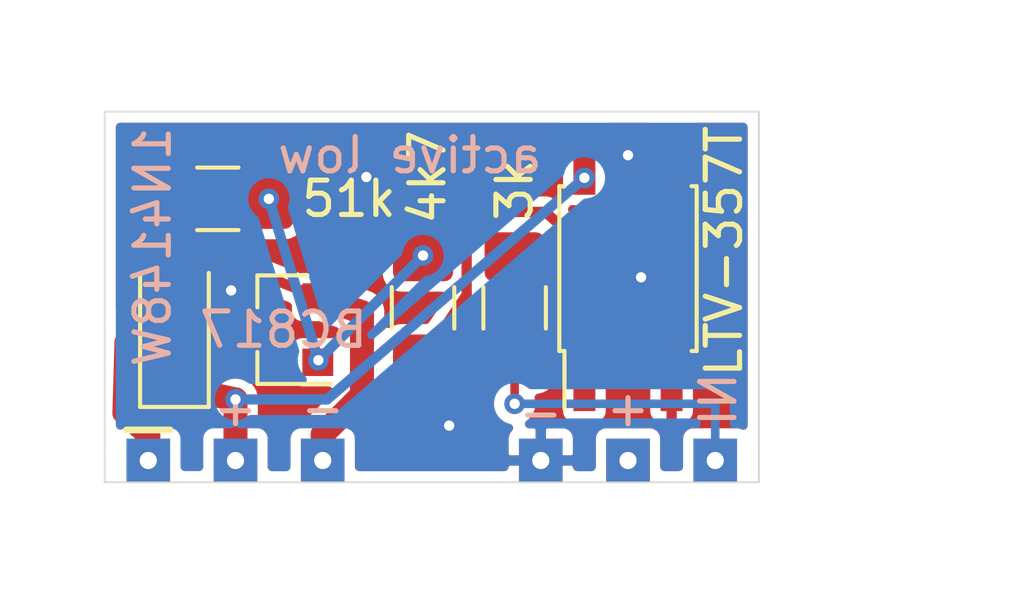
<source format=kicad_pcb>
(kicad_pcb (version 20171130) (host pcbnew 5.1.5+dfsg1-2build2)

  (general
    (thickness 0.8)
    (drawings 12)
    (tracks 47)
    (zones 0)
    (modules 7)
    (nets 10)
  )

  (page A4)
  (layers
    (0 F.Cu signal)
    (31 B.Cu signal)
    (32 B.Adhes user)
    (33 F.Adhes user)
    (34 B.Paste user)
    (35 F.Paste user)
    (36 B.SilkS user)
    (37 F.SilkS user)
    (38 B.Mask user)
    (39 F.Mask user)
    (40 Dwgs.User user)
    (41 Cmts.User user)
    (42 Eco1.User user)
    (43 Eco2.User user)
    (44 Edge.Cuts user)
    (45 Margin user)
    (46 B.CrtYd user)
    (47 F.CrtYd user)
    (48 B.Fab user)
    (49 F.Fab user)
  )

  (setup
    (last_trace_width 0.25)
    (user_trace_width 0.3)
    (user_trace_width 0.5)
    (user_trace_width 0.7)
    (trace_clearance 0.2)
    (zone_clearance 0.508)
    (zone_45_only no)
    (trace_min 0.2)
    (via_size 0.8)
    (via_drill 0.4)
    (via_min_size 0.4)
    (via_min_drill 0.3)
    (user_via 0.6 0.3)
    (uvia_size 0.3)
    (uvia_drill 0.1)
    (uvias_allowed no)
    (uvia_min_size 0.2)
    (uvia_min_drill 0.1)
    (edge_width 0.05)
    (segment_width 0.2)
    (pcb_text_width 0.3)
    (pcb_text_size 1.5 1.5)
    (mod_edge_width 0.12)
    (mod_text_size 1 1)
    (mod_text_width 0.15)
    (pad_size 1.524 1.524)
    (pad_drill 0.762)
    (pad_to_mask_clearance 0.051)
    (solder_mask_min_width 0.25)
    (aux_axis_origin 0 0)
    (visible_elements FFFFFF7F)
    (pcbplotparams
      (layerselection 0x010fc_ffffffff)
      (usegerberextensions false)
      (usegerberattributes false)
      (usegerberadvancedattributes false)
      (creategerberjobfile false)
      (excludeedgelayer true)
      (linewidth 0.100000)
      (plotframeref false)
      (viasonmask false)
      (mode 1)
      (useauxorigin false)
      (hpglpennumber 1)
      (hpglpenspeed 20)
      (hpglpendiameter 15.000000)
      (psnegative false)
      (psa4output false)
      (plotreference true)
      (plotvalue true)
      (plotinvisibletext false)
      (padsonsilk false)
      (subtractmaskfromsilk true)
      (outputformat 1)
      (mirror false)
      (drillshape 0)
      (scaleselection 1)
      (outputdirectory "gerber/"))
  )

  (net 0 "")
  (net 1 VINM)
  (net 2 OUT)
  (net 3 VINP)
  (net 4 IN)
  (net 5 GND)
  (net 6 "Net-(Q1-Pad1)")
  (net 7 "Net-(R2-Pad2)")
  (net 8 "Net-(R3-Pad1)")
  (net 9 "Net-(J1-Pad5)")

  (net_class Default "This is the default net class."
    (clearance 0.2)
    (trace_width 0.25)
    (via_dia 0.8)
    (via_drill 0.4)
    (uvia_dia 0.3)
    (uvia_drill 0.1)
    (add_net GND)
    (add_net IN)
    (add_net "Net-(J1-Pad5)")
    (add_net "Net-(Q1-Pad1)")
    (add_net "Net-(R2-Pad2)")
    (add_net "Net-(R3-Pad1)")
    (add_net OUT)
    (add_net VINM)
    (add_net VINP)
  )

  (module plc88:dio_channel_im (layer F.Cu) (tedit 6397394E) (tstamp 63A86928)
    (at 169.545 126.365)
    (path /63A86E3A)
    (fp_text reference J1 (at 0 0.5) (layer F.SilkS) hide
      (effects (font (size 1 1) (thickness 0.15)))
    )
    (fp_text value dio_channel_i (at 0 -0.5) (layer F.Fab) hide
      (effects (font (size 1 1) (thickness 0.15)))
    )
    (fp_line (start -7.62 1.651) (end -6.35 1.651) (layer F.SilkS) (width 0.2))
    (fp_line (start -8.255 1.905) (end 10.795 1.905) (layer F.CrtYd) (width 0.12))
    (fp_line (start -8.255 3.175) (end -8.255 1.905) (layer F.CrtYd) (width 0.12))
    (fp_line (start 10.795 3.175) (end -8.255 3.175) (layer F.CrtYd) (width 0.12))
    (fp_line (start 10.795 1.905) (end 10.795 3.175) (layer F.CrtYd) (width 0.12))
    (pad 4 thru_hole rect (at 4.445 2.54) (size 1.27 1.27) (drill 0.5) (layers *.Cu *.Mask)
      (net 5 GND))
    (pad 6 thru_hole rect (at 9.525 2.54) (size 1.27 1.27) (drill 0.5) (layers *.Cu *.Mask)
      (net 4 IN))
    (pad 5 thru_hole rect (at 6.985 2.54) (size 1.27 1.27) (drill 0.5) (layers *.Cu *.Mask)
      (net 9 "Net-(J1-Pad5)"))
    (pad 3 thru_hole rect (at -1.905 2.54) (size 1.27 1.27) (drill 0.5) (layers *.Cu *.Mask)
      (net 1 VINM))
    (pad 2 thru_hole rect (at -4.445 2.54) (size 1.27 1.27) (drill 0.5) (layers *.Cu *.Mask)
      (net 3 VINP))
    (pad 1 thru_hole rect (at -6.985 2.54) (size 1.27 1.27) (drill 0.5) (layers *.Cu *.Mask)
      (net 2 OUT))
  )

  (module Package_TO_SOT_SMD:SOT-23 (layer F.Cu) (tedit 5A02FF57) (tstamp 637B0653)
    (at 166.497 125.095 180)
    (descr "SOT-23, Standard")
    (tags SOT-23)
    (path /637B1026)
    (attr smd)
    (fp_text reference Q1 (at 0 -2.5) (layer F.SilkS) hide
      (effects (font (size 1 1) (thickness 0.15)))
    )
    (fp_text value BC817 (at 0 0) (layer B.SilkS)
      (effects (font (size 1 1) (thickness 0.15)) (justify mirror))
    )
    (fp_line (start 0.76 1.58) (end -0.7 1.58) (layer F.SilkS) (width 0.12))
    (fp_line (start 0.76 -1.58) (end -1.4 -1.58) (layer F.SilkS) (width 0.12))
    (fp_line (start -1.7 1.75) (end -1.7 -1.75) (layer F.CrtYd) (width 0.05))
    (fp_line (start 1.7 1.75) (end -1.7 1.75) (layer F.CrtYd) (width 0.05))
    (fp_line (start 1.7 -1.75) (end 1.7 1.75) (layer F.CrtYd) (width 0.05))
    (fp_line (start -1.7 -1.75) (end 1.7 -1.75) (layer F.CrtYd) (width 0.05))
    (fp_line (start 0.76 -1.58) (end 0.76 -0.65) (layer F.SilkS) (width 0.12))
    (fp_line (start 0.76 1.58) (end 0.76 0.65) (layer F.SilkS) (width 0.12))
    (fp_line (start -0.7 1.52) (end 0.7 1.52) (layer F.Fab) (width 0.1))
    (fp_line (start 0.7 -1.52) (end 0.7 1.52) (layer F.Fab) (width 0.1))
    (fp_line (start -0.7 -0.95) (end -0.15 -1.52) (layer F.Fab) (width 0.1))
    (fp_line (start -0.15 -1.52) (end 0.7 -1.52) (layer F.Fab) (width 0.1))
    (fp_line (start -0.7 -0.95) (end -0.7 1.5) (layer F.Fab) (width 0.1))
    (fp_text user %R (at 0 0 90) (layer F.Fab) hide
      (effects (font (size 0.5 0.5) (thickness 0.075)))
    )
    (pad 3 smd rect (at 1 0 180) (size 0.9 0.8) (layers F.Cu F.Paste F.Mask)
      (net 2 OUT))
    (pad 2 smd rect (at -1 0.95 180) (size 0.9 0.8) (layers F.Cu F.Paste F.Mask)
      (net 1 VINM))
    (pad 1 smd rect (at -1 -0.95 180) (size 0.9 0.8) (layers F.Cu F.Paste F.Mask)
      (net 6 "Net-(Q1-Pad1)"))
    (model ${KISYS3DMOD}/Package_TO_SOT_SMD.3dshapes/SOT-23.wrl
      (at (xyz 0 0 0))
      (scale (xyz 1 1 1))
      (rotate (xyz 0 0 0))
    )
  )

  (module Package_SO:SO-4_4.4x3.6mm_P2.54mm (layer F.Cu) (tedit 5B1E4C51) (tstamp 63648B36)
    (at 176.53 123.317 90)
    (descr "4-Lead Plastic Small Outline (SO), see https://www.elpro.org/de/index.php?controller=attachment&id_attachment=339")
    (tags "SO SOIC 2.54")
    (path /63648DFC)
    (attr smd)
    (fp_text reference U1 (at 0 -2.7 90) (layer F.SilkS) hide
      (effects (font (size 1 1) (thickness 0.15)))
    )
    (fp_text value LTV-357T (at 0.508 2.794 90) (layer F.SilkS)
      (effects (font (size 1 1) (thickness 0.15)))
    )
    (fp_line (start 4.4 2.05) (end -4.4 2.05) (layer F.CrtYd) (width 0.05))
    (fp_line (start 4.4 2.05) (end 4.4 -2.05) (layer F.CrtYd) (width 0.05))
    (fp_line (start -4.4 -2.05) (end -4.4 2.05) (layer F.CrtYd) (width 0.05))
    (fp_line (start -4.4 -2.05) (end 4.4 -2.05) (layer F.CrtYd) (width 0.05))
    (fp_line (start -1.4 -1.8) (end 2.2 -1.8) (layer F.Fab) (width 0.12))
    (fp_line (start -2.2 -1) (end -1.4 -1.8) (layer F.Fab) (width 0.12))
    (fp_line (start -2.2 1.8) (end -2.2 -1) (layer F.Fab) (width 0.12))
    (fp_line (start 2.2 1.8) (end -2.2 1.8) (layer F.Fab) (width 0.12))
    (fp_line (start 2.2 -1.8) (end 2.2 1.8) (layer F.Fab) (width 0.12))
    (fp_line (start 2.4 -2) (end 2.4 -1.85) (layer F.SilkS) (width 0.12))
    (fp_line (start -2.4 -2) (end 2.4 -2) (layer F.SilkS) (width 0.12))
    (fp_line (start -2.4 -1.85) (end -2.4 -2) (layer F.SilkS) (width 0.12))
    (fp_line (start -2.4 2) (end -2.4 1.85) (layer F.SilkS) (width 0.12))
    (fp_line (start 2.4 2) (end -2.4 2) (layer F.SilkS) (width 0.12))
    (fp_line (start 2.4 1.85) (end 2.4 2) (layer F.SilkS) (width 0.12))
    (fp_text user %R (at 0 -0.065 90) (layer F.Fab) hide
      (effects (font (size 1 1) (thickness 0.15)))
    )
    (fp_line (start -2.4 -1.85) (end -4.1 -1.85) (layer F.SilkS) (width 0.12))
    (pad 4 smd rect (at 3.15 -1.27 90) (size 2 0.64) (layers F.Cu F.Paste F.Mask)
      (net 3 VINP))
    (pad 3 smd rect (at 3.15 1.27 90) (size 2 0.64) (layers F.Cu F.Paste F.Mask)
      (net 7 "Net-(R2-Pad2)"))
    (pad 2 smd rect (at -3.15 1.27 90) (size 2 0.64) (layers F.Cu F.Paste F.Mask)
      (net 5 GND))
    (pad 1 smd rect (at -3.15 -1.27 90) (size 2 0.64) (layers F.Cu F.Paste F.Mask)
      (net 8 "Net-(R3-Pad1)"))
    (model ${KISYS3DMOD}/Package_SO.3dshapes/SO-4_4.4x3.6mm_P2.54mm.wrl
      (at (xyz 0 0 0))
      (scale (xyz 1 1 1))
      (rotate (xyz 0 0 0))
    )
  )

  (module Resistor_SMD:R_1206_3216Metric_Pad1.42x1.75mm_HandSolder (layer F.Cu) (tedit 5B301BBD) (tstamp 63648B1D)
    (at 173.228 124.46 270)
    (descr "Resistor SMD 1206 (3216 Metric), square (rectangular) end terminal, IPC_7351 nominal with elongated pad for handsoldering. (Body size source: http://www.tortai-tech.com/upload/download/2011102023233369053.pdf), generated with kicad-footprint-generator")
    (tags "resistor handsolder")
    (path /6365F1C0)
    (attr smd)
    (fp_text reference R3 (at 0 -1.82 90) (layer F.SilkS) hide
      (effects (font (size 1 1) (thickness 0.15)))
    )
    (fp_text value 3k (at -3.429 0 90) (layer F.SilkS)
      (effects (font (size 1 1) (thickness 0.15)))
    )
    (fp_text user %R (at 0 0 90) (layer F.Fab) hide
      (effects (font (size 0.8 0.8) (thickness 0.12)))
    )
    (fp_line (start 2.45 1.12) (end -2.45 1.12) (layer F.CrtYd) (width 0.05))
    (fp_line (start 2.45 -1.12) (end 2.45 1.12) (layer F.CrtYd) (width 0.05))
    (fp_line (start -2.45 -1.12) (end 2.45 -1.12) (layer F.CrtYd) (width 0.05))
    (fp_line (start -2.45 1.12) (end -2.45 -1.12) (layer F.CrtYd) (width 0.05))
    (fp_line (start -0.602064 0.91) (end 0.602064 0.91) (layer F.SilkS) (width 0.12))
    (fp_line (start -0.602064 -0.91) (end 0.602064 -0.91) (layer F.SilkS) (width 0.12))
    (fp_line (start 1.6 0.8) (end -1.6 0.8) (layer F.Fab) (width 0.1))
    (fp_line (start 1.6 -0.8) (end 1.6 0.8) (layer F.Fab) (width 0.1))
    (fp_line (start -1.6 -0.8) (end 1.6 -0.8) (layer F.Fab) (width 0.1))
    (fp_line (start -1.6 0.8) (end -1.6 -0.8) (layer F.Fab) (width 0.1))
    (pad 2 smd roundrect (at 1.4875 0 270) (size 1.425 1.75) (layers F.Cu F.Paste F.Mask) (roundrect_rratio 0.175439)
      (net 4 IN))
    (pad 1 smd roundrect (at -1.4875 0 270) (size 1.425 1.75) (layers F.Cu F.Paste F.Mask) (roundrect_rratio 0.175439)
      (net 8 "Net-(R3-Pad1)"))
    (model ${KISYS3DMOD}/Resistor_SMD.3dshapes/R_1206_3216Metric.wrl
      (at (xyz 0 0 0))
      (scale (xyz 1 1 1))
      (rotate (xyz 0 0 0))
    )
  )

  (module Resistor_SMD:R_1206_3216Metric_Pad1.42x1.75mm_HandSolder (layer F.Cu) (tedit 5B301BBD) (tstamp 635B3BF1)
    (at 170.561 124.46 270)
    (descr "Resistor SMD 1206 (3216 Metric), square (rectangular) end terminal, IPC_7351 nominal with elongated pad for handsoldering. (Body size source: http://www.tortai-tech.com/upload/download/2011102023233369053.pdf), generated with kicad-footprint-generator")
    (tags "resistor handsolder")
    (path /635B3C3C)
    (attr smd)
    (fp_text reference R2 (at 0 -1.82 90) (layer F.SilkS) hide
      (effects (font (size 1 1) (thickness 0.15)))
    )
    (fp_text value 4k7 (at -3.81 -0.127 270) (layer F.SilkS)
      (effects (font (size 1 1) (thickness 0.15)))
    )
    (fp_text user %R (at 0 0 90) (layer F.Fab) hide
      (effects (font (size 0.8 0.8) (thickness 0.12)))
    )
    (fp_line (start 2.45 1.12) (end -2.45 1.12) (layer F.CrtYd) (width 0.05))
    (fp_line (start 2.45 -1.12) (end 2.45 1.12) (layer F.CrtYd) (width 0.05))
    (fp_line (start -2.45 -1.12) (end 2.45 -1.12) (layer F.CrtYd) (width 0.05))
    (fp_line (start -2.45 1.12) (end -2.45 -1.12) (layer F.CrtYd) (width 0.05))
    (fp_line (start -0.602064 0.91) (end 0.602064 0.91) (layer F.SilkS) (width 0.12))
    (fp_line (start -0.602064 -0.91) (end 0.602064 -0.91) (layer F.SilkS) (width 0.12))
    (fp_line (start 1.6 0.8) (end -1.6 0.8) (layer F.Fab) (width 0.1))
    (fp_line (start 1.6 -0.8) (end 1.6 0.8) (layer F.Fab) (width 0.1))
    (fp_line (start -1.6 -0.8) (end 1.6 -0.8) (layer F.Fab) (width 0.1))
    (fp_line (start -1.6 0.8) (end -1.6 -0.8) (layer F.Fab) (width 0.1))
    (pad 2 smd roundrect (at 1.4875 0 270) (size 1.425 1.75) (layers F.Cu F.Paste F.Mask) (roundrect_rratio 0.175439)
      (net 7 "Net-(R2-Pad2)"))
    (pad 1 smd roundrect (at -1.4875 0 270) (size 1.425 1.75) (layers F.Cu F.Paste F.Mask) (roundrect_rratio 0.175439)
      (net 6 "Net-(Q1-Pad1)"))
    (model ${KISYS3DMOD}/Resistor_SMD.3dshapes/R_1206_3216Metric.wrl
      (at (xyz 0 0 0))
      (scale (xyz 1 1 1))
      (rotate (xyz 0 0 0))
    )
  )

  (module Resistor_SMD:R_1206_3216Metric_Pad1.42x1.75mm_HandSolder (layer F.Cu) (tedit 5B301BBD) (tstamp 635B3BE0)
    (at 164.584 121.285)
    (descr "Resistor SMD 1206 (3216 Metric), square (rectangular) end terminal, IPC_7351 nominal with elongated pad for handsoldering. (Body size source: http://www.tortai-tech.com/upload/download/2011102023233369053.pdf), generated with kicad-footprint-generator")
    (tags "resistor handsolder")
    (path /635B411D)
    (attr smd)
    (fp_text reference R1 (at 0 -1.82) (layer F.SilkS) hide
      (effects (font (size 1 1) (thickness 0.15)))
    )
    (fp_text value 51k (at 3.818 0) (layer F.SilkS)
      (effects (font (size 1 1) (thickness 0.15)))
    )
    (fp_text user %R (at 0 0) (layer F.Fab) hide
      (effects (font (size 0.8 0.8) (thickness 0.12)))
    )
    (fp_line (start 2.45 1.12) (end -2.45 1.12) (layer F.CrtYd) (width 0.05))
    (fp_line (start 2.45 -1.12) (end 2.45 1.12) (layer F.CrtYd) (width 0.05))
    (fp_line (start -2.45 -1.12) (end 2.45 -1.12) (layer F.CrtYd) (width 0.05))
    (fp_line (start -2.45 1.12) (end -2.45 -1.12) (layer F.CrtYd) (width 0.05))
    (fp_line (start -0.602064 0.91) (end 0.602064 0.91) (layer F.SilkS) (width 0.12))
    (fp_line (start -0.602064 -0.91) (end 0.602064 -0.91) (layer F.SilkS) (width 0.12))
    (fp_line (start 1.6 0.8) (end -1.6 0.8) (layer F.Fab) (width 0.1))
    (fp_line (start 1.6 -0.8) (end 1.6 0.8) (layer F.Fab) (width 0.1))
    (fp_line (start -1.6 -0.8) (end 1.6 -0.8) (layer F.Fab) (width 0.1))
    (fp_line (start -1.6 0.8) (end -1.6 -0.8) (layer F.Fab) (width 0.1))
    (pad 2 smd roundrect (at 1.4875 0) (size 1.425 1.75) (layers F.Cu F.Paste F.Mask) (roundrect_rratio 0.175439)
      (net 6 "Net-(Q1-Pad1)"))
    (pad 1 smd roundrect (at -1.4875 0) (size 1.425 1.75) (layers F.Cu F.Paste F.Mask) (roundrect_rratio 0.175439)
      (net 1 VINM))
    (model ${KISYS3DMOD}/Resistor_SMD.3dshapes/R_1206_3216Metric.wrl
      (at (xyz 0 0 0))
      (scale (xyz 1 1 1))
      (rotate (xyz 0 0 0))
    )
  )

  (module Diode_SMD:D_SOD-123 (layer F.Cu) (tedit 58645DC7) (tstamp 635B3B9C)
    (at 163.322 125.095 90)
    (descr SOD-123)
    (tags SOD-123)
    (path /635B37AA)
    (attr smd)
    (fp_text reference D1 (at 0 -2 90) (layer F.SilkS) hide
      (effects (font (size 1 1) (thickness 0.15)))
    )
    (fp_text value 1N4148W (at 2.413 -0.635 90) (layer B.SilkS)
      (effects (font (size 1 1) (thickness 0.15)) (justify mirror))
    )
    (fp_line (start -2.25 -1) (end 1.65 -1) (layer F.SilkS) (width 0.12))
    (fp_line (start -2.25 1) (end 1.65 1) (layer F.SilkS) (width 0.12))
    (fp_line (start -2.35 -1.15) (end -2.35 1.15) (layer F.CrtYd) (width 0.05))
    (fp_line (start 2.35 1.15) (end -2.35 1.15) (layer F.CrtYd) (width 0.05))
    (fp_line (start 2.35 -1.15) (end 2.35 1.15) (layer F.CrtYd) (width 0.05))
    (fp_line (start -2.35 -1.15) (end 2.35 -1.15) (layer F.CrtYd) (width 0.05))
    (fp_line (start -1.4 -0.9) (end 1.4 -0.9) (layer F.Fab) (width 0.1))
    (fp_line (start 1.4 -0.9) (end 1.4 0.9) (layer F.Fab) (width 0.1))
    (fp_line (start 1.4 0.9) (end -1.4 0.9) (layer F.Fab) (width 0.1))
    (fp_line (start -1.4 0.9) (end -1.4 -0.9) (layer F.Fab) (width 0.1))
    (fp_line (start -0.75 0) (end -0.35 0) (layer F.Fab) (width 0.1))
    (fp_line (start -0.35 0) (end -0.35 -0.55) (layer F.Fab) (width 0.1))
    (fp_line (start -0.35 0) (end -0.35 0.55) (layer F.Fab) (width 0.1))
    (fp_line (start -0.35 0) (end 0.25 -0.4) (layer F.Fab) (width 0.1))
    (fp_line (start 0.25 -0.4) (end 0.25 0.4) (layer F.Fab) (width 0.1))
    (fp_line (start 0.25 0.4) (end -0.35 0) (layer F.Fab) (width 0.1))
    (fp_line (start 0.25 0) (end 0.75 0) (layer F.Fab) (width 0.1))
    (fp_line (start -2.25 -1) (end -2.25 1) (layer F.SilkS) (width 0.12))
    (fp_text user %R (at 0 -2 90) (layer F.Fab) hide
      (effects (font (size 1 1) (thickness 0.15)))
    )
    (pad 2 smd rect (at 1.65 0 90) (size 0.9 1.2) (layers F.Cu F.Paste F.Mask)
      (net 2 OUT))
    (pad 1 smd rect (at -1.65 0 90) (size 0.9 1.2) (layers F.Cu F.Paste F.Mask)
      (net 3 VINP))
    (model ${KISYS3DMOD}/Diode_SMD.3dshapes/D_SOD-123.wrl
      (at (xyz 0 0 0))
      (scale (xyz 1 1 1))
      (rotate (xyz 0 0 0))
    )
  )

  (gr_text IN (at 179.07 127.127 270) (layer B.SilkS)
    (effects (font (size 1 1) (thickness 0.15)) (justify mirror))
  )
  (gr_text + (at 176.53 127.381) (layer B.SilkS)
    (effects (font (size 1 1) (thickness 0.15)) (justify mirror))
  )
  (gr_text - (at 173.99 127.508) (layer B.SilkS)
    (effects (font (size 1 1) (thickness 0.15)) (justify mirror))
  )
  (gr_text - (at 167.64 127.381) (layer B.SilkS)
    (effects (font (size 1 1) (thickness 0.15)) (justify mirror))
  )
  (gr_text + (at 165.1 127.381) (layer B.SilkS)
    (effects (font (size 1 1) (thickness 0.15)) (justify mirror))
  )
  (gr_text "active low" (at 170.18 120.015) (layer B.SilkS)
    (effects (font (size 1 1) (thickness 0.15)) (justify mirror))
  )
  (gr_line (start 161.29 118.745) (end 161.29 129.54) (layer Edge.Cuts) (width 0.05) (tstamp 635B95C5))
  (gr_line (start 180.34 118.745) (end 161.29 118.745) (layer Edge.Cuts) (width 0.05))
  (gr_line (start 180.34 129.54) (end 180.34 118.745) (layer Edge.Cuts) (width 0.05))
  (gr_line (start 161.29 129.54) (end 180.34 129.54) (layer Edge.Cuts) (width 0.05))
  (dimension 19.05 (width 0.15) (layer F.Fab)
    (gr_text "19,050 mm" (at 170.815 133.888) (layer F.Fab)
      (effects (font (size 1 1) (thickness 0.15)))
    )
    (feature1 (pts (xy 180.34 131.318) (xy 180.34 133.174421)))
    (feature2 (pts (xy 161.29 131.318) (xy 161.29 133.174421)))
    (crossbar (pts (xy 161.29 132.588) (xy 180.34 132.588)))
    (arrow1a (pts (xy 180.34 132.588) (xy 179.213496 133.174421)))
    (arrow1b (pts (xy 180.34 132.588) (xy 179.213496 132.001579)))
    (arrow2a (pts (xy 161.29 132.588) (xy 162.416504 133.174421)))
    (arrow2b (pts (xy 161.29 132.588) (xy 162.416504 132.001579)))
  )
  (dimension 13.97 (width 0.15) (layer F.Fab)
    (gr_text "13,970 mm" (at 186.72 122.555 90) (layer F.Fab)
      (effects (font (size 1 1) (thickness 0.15)))
    )
    (feature1 (pts (xy 182.88 115.57) (xy 186.006421 115.57)))
    (feature2 (pts (xy 182.88 129.54) (xy 186.006421 129.54)))
    (crossbar (pts (xy 185.42 129.54) (xy 185.42 115.57)))
    (arrow1a (pts (xy 185.42 115.57) (xy 186.006421 116.696504)))
    (arrow1b (pts (xy 185.42 115.57) (xy 184.833579 116.696504)))
    (arrow2a (pts (xy 185.42 129.54) (xy 186.006421 128.413496)))
    (arrow2b (pts (xy 185.42 129.54) (xy 184.833579 128.413496)))
  )

  (segment (start 167.64 128.905) (end 167.64 128.143) (width 0.7) (layer F.Cu) (net 1))
  (segment (start 167.64 128.143) (end 168.783 127) (width 0.7) (layer F.Cu) (net 1))
  (segment (start 168.783 127) (end 168.783 124.587) (width 0.7) (layer F.Cu) (net 1))
  (segment (start 168.783 124.587) (end 167.497 124.145) (width 0.7) (layer F.Cu) (net 1))
  (segment (start 167.497 124.145) (end 165.1 123.19) (width 0.3) (layer F.Cu) (net 1))
  (segment (start 165.1 123.19) (end 163.0965 121.285) (width 0.3) (layer F.Cu) (net 1))
  (segment (start 162.56 128.143) (end 162.56 128.905) (width 0.7) (layer F.Cu) (net 2))
  (segment (start 161.86501 127.508) (end 162.56 128.143) (width 0.7) (layer F.Cu) (net 2))
  (segment (start 161.925 125.476) (end 161.86501 127.508) (width 0.7) (layer F.Cu) (net 2))
  (segment (start 162.179 125.095) (end 161.925 125.476) (width 0.7) (layer F.Cu) (net 2))
  (segment (start 163.322 123.445) (end 163.322 125.095) (width 0.7) (layer F.Cu) (net 2))
  (segment (start 163.322 125.095) (end 162.179 125.095) (width 0.7) (layer F.Cu) (net 2))
  (segment (start 165.497 125.095) (end 163.322 125.095) (width 0.7) (layer F.Cu) (net 2))
  (segment (start 165.1 128.905) (end 165.1 128.016) (width 0.7) (layer F.Cu) (net 3))
  (via (at 175.26 120.675) (size 0.6) (drill 0.3) (layers F.Cu B.Cu) (net 3))
  (segment (start 163.322 126.745) (end 165.1 127.127) (width 0.7) (layer F.Cu) (net 3))
  (segment (start 165.1 127.127) (end 165.1 128.016) (width 0.7) (layer F.Cu) (net 3))
  (segment (start 165.1 127.127) (end 165.1 127.127) (width 0.7) (layer F.Cu) (net 3) (tstamp 637B0C82))
  (via (at 165.1 127.127) (size 0.6) (drill 0.3) (layers F.Cu B.Cu) (net 3))
  (segment (start 165.1 127.127) (end 167.767 127.127) (width 0.3) (layer B.Cu) (net 3))
  (segment (start 167.767 127.127) (end 175.26 120.675) (width 0.3) (layer B.Cu) (net 3))
  (segment (start 173.228 125.9475) (end 173.228 127.254) (width 0.25) (layer F.Cu) (net 4))
  (segment (start 173.228 127.254) (end 173.228 127.254) (width 0.25) (layer F.Cu) (net 4) (tstamp 6398C6AF))
  (via (at 173.228 127.254) (size 0.6) (drill 0.3) (layers F.Cu B.Cu) (net 4))
  (segment (start 173.228 127.254) (end 179.07 127.254) (width 0.25) (layer B.Cu) (net 4))
  (segment (start 179.07 127.254) (end 179.07 128.778) (width 0.25) (layer B.Cu) (net 4))
  (via (at 171.323 127.889) (size 0.6) (drill 0.3) (layers F.Cu B.Cu) (net 5))
  (via (at 164.973 123.952) (size 0.6) (drill 0.3) (layers F.Cu B.Cu) (net 5))
  (via (at 176.911 123.571) (size 0.6) (drill 0.3) (layers F.Cu B.Cu) (net 5))
  (via (at 168.91 120.65) (size 0.6) (drill 0.3) (layers F.Cu B.Cu) (net 5))
  (via (at 176.53 120.015) (size 0.6) (drill 0.3) (layers F.Cu B.Cu) (net 5))
  (via (at 170.561 122.936) (size 0.6) (drill 0.3) (layers F.Cu B.Cu) (net 6))
  (via (at 167.513 125.984) (size 0.6) (drill 0.3) (layers F.Cu B.Cu) (net 6))
  (segment (start 166.0715 121.285) (end 166.0715 121.285) (width 0.25) (layer F.Cu) (net 6) (tstamp 635B960D))
  (segment (start 166.0715 121.285) (end 166.0715 121.285) (width 0.25) (layer F.Cu) (net 6) (tstamp 637B0C6D))
  (via (at 166.0715 121.285) (size 0.6) (drill 0.3) (layers F.Cu B.Cu) (net 6))
  (segment (start 170.561 122.936) (end 167.513 125.984) (width 0.3) (layer B.Cu) (net 6))
  (segment (start 167.513 125.984) (end 166.0715 121.285) (width 0.3) (layer B.Cu) (net 6))
  (segment (start 170.561 125.9475) (end 171.831 124.079) (width 0.3) (layer F.Cu) (net 7))
  (segment (start 171.831 124.079) (end 171.831 122.047) (width 0.3) (layer F.Cu) (net 7))
  (segment (start 171.831 122.047) (end 172.466 121.666) (width 0.3) (layer F.Cu) (net 7))
  (segment (start 172.466 121.666) (end 174.117 121.666) (width 0.3) (layer F.Cu) (net 7))
  (segment (start 174.117 121.666) (end 175.133 122.555) (width 0.3) (layer F.Cu) (net 7))
  (segment (start 175.133 122.555) (end 176.403 122.555) (width 0.3) (layer F.Cu) (net 7))
  (segment (start 176.403 122.555) (end 177.8 120.675) (width 0.3) (layer F.Cu) (net 7))
  (segment (start 175.26 125.73) (end 173.228 122.9725) (width 0.3) (layer F.Cu) (net 8))
  (segment (start 175.26 126.975) (end 175.26 125.73) (width 0.3) (layer F.Cu) (net 8))

  (zone (net 5) (net_name GND) (layer F.Cu) (tstamp 6398C6F1) (hatch edge 0.508)
    (connect_pads (clearance 0.3))
    (min_thickness 0.254)
    (fill yes (arc_segments 32) (thermal_gap 0.3) (thermal_bridge_width 0.3))
    (polygon
      (pts
        (xy 181.356 130.302) (xy 160.251249 129.983588) (xy 160.886249 117.791588) (xy 181.714249 117.664588)
      )
    )
    (filled_polygon
      (pts
        (xy 164.679439 123.586311) (xy 164.695624 123.605495) (xy 164.720493 123.625346) (xy 164.722942 123.627675) (xy 164.742721 123.64309)
        (xy 164.784452 123.676401) (xy 164.78746 123.677957) (xy 164.790133 123.68004) (xy 164.83795 123.70407) (xy 164.860117 123.715535)
        (xy 164.863237 123.716778) (xy 164.891688 123.731076) (xy 164.915897 123.737758) (xy 166.617934 124.415876) (xy 166.617934 124.545)
        (xy 166.626178 124.628707) (xy 166.650595 124.709196) (xy 166.690245 124.783376) (xy 166.743605 124.848395) (xy 166.808624 124.901755)
        (xy 166.882804 124.941405) (xy 166.963293 124.965822) (xy 167.047 124.974066) (xy 167.518686 124.974066) (xy 168.006001 125.141557)
        (xy 168.006001 125.221745) (xy 167.947 125.215934) (xy 167.047 125.215934) (xy 166.963293 125.224178) (xy 166.882804 125.248595)
        (xy 166.808624 125.288245) (xy 166.743605 125.341605) (xy 166.690245 125.406624) (xy 166.650595 125.480804) (xy 166.626178 125.561293)
        (xy 166.617934 125.645) (xy 166.617934 126.445) (xy 166.626178 126.528707) (xy 166.650595 126.609196) (xy 166.690245 126.683376)
        (xy 166.743605 126.748395) (xy 166.808624 126.801755) (xy 166.882804 126.841405) (xy 166.963293 126.865822) (xy 167.047 126.874066)
        (xy 167.81009 126.874066) (xy 167.117565 127.566592) (xy 167.087921 127.59092) (xy 167.063593 127.620564) (xy 167.063591 127.620566)
        (xy 166.990823 127.709234) (xy 166.918673 127.844217) (xy 166.91675 127.850556) (xy 166.840804 127.873595) (xy 166.766624 127.913245)
        (xy 166.701605 127.966605) (xy 166.648245 128.031624) (xy 166.608595 128.105804) (xy 166.584178 128.186293) (xy 166.575934 128.27)
        (xy 166.575934 129.088) (xy 166.164066 129.088) (xy 166.164066 128.27) (xy 166.155822 128.186293) (xy 166.131405 128.105804)
        (xy 166.091755 128.031624) (xy 166.038395 127.966605) (xy 165.973376 127.913245) (xy 165.899196 127.873595) (xy 165.877 127.866862)
        (xy 165.877 127.171112) (xy 165.880667 127.13893) (xy 165.880171 127.132966) (xy 165.880759 127.127) (xy 165.873834 127.056686)
        (xy 165.867994 126.9864) (xy 165.866345 126.980648) (xy 165.865757 126.974681) (xy 165.84525 126.907078) (xy 165.825808 126.839274)
        (xy 165.823067 126.833952) (xy 165.821327 126.828216) (xy 165.788029 126.765921) (xy 165.755729 126.703205) (xy 165.752002 126.69852)
        (xy 165.749177 126.693234) (xy 165.704353 126.638615) (xy 165.660451 126.583422) (xy 165.655885 126.579557) (xy 165.65208 126.57492)
        (xy 165.597468 126.530102) (xy 165.543636 126.484528) (xy 165.538398 126.481625) (xy 165.533766 126.477823) (xy 165.471489 126.444535)
        (xy 165.409771 126.410323) (xy 165.404068 126.408497) (xy 165.398784 126.405673) (xy 165.331186 126.385167) (xy 165.300527 126.375353)
        (xy 165.294721 126.374106) (xy 165.252319 126.361243) (xy 165.220068 126.358067) (xy 164.32929 126.166684) (xy 164.318405 126.130804)
        (xy 164.278755 126.056624) (xy 164.225395 125.991605) (xy 164.160376 125.938245) (xy 164.086196 125.898595) (xy 164.005707 125.874178)
        (xy 163.983592 125.872) (xy 164.8465 125.872) (xy 164.882804 125.891405) (xy 164.963293 125.915822) (xy 165.047 125.924066)
        (xy 165.947 125.924066) (xy 166.030707 125.915822) (xy 166.111196 125.891405) (xy 166.185376 125.851755) (xy 166.250395 125.798395)
        (xy 166.303755 125.733376) (xy 166.343405 125.659196) (xy 166.367822 125.578707) (xy 166.376066 125.495) (xy 166.376066 124.695)
        (xy 166.367822 124.611293) (xy 166.343405 124.530804) (xy 166.303755 124.456624) (xy 166.250395 124.391605) (xy 166.185376 124.338245)
        (xy 166.111196 124.298595) (xy 166.030707 124.274178) (xy 165.947 124.265934) (xy 165.047 124.265934) (xy 164.963293 124.274178)
        (xy 164.882804 124.298595) (xy 164.8465 124.318) (xy 164.099 124.318) (xy 164.099 124.284561) (xy 164.160376 124.251755)
        (xy 164.225395 124.198395) (xy 164.278755 124.133376) (xy 164.318405 124.059196) (xy 164.342822 123.978707) (xy 164.351066 123.895)
        (xy 164.351066 123.274082)
      )
    )
    (filled_polygon
      (pts
        (xy 179.888 127.883646) (xy 179.869196 127.873595) (xy 179.788707 127.849178) (xy 179.705 127.840934) (xy 178.435 127.840934)
        (xy 178.351293 127.849178) (xy 178.270804 127.873595) (xy 178.196624 127.913245) (xy 178.131605 127.966605) (xy 178.078245 128.031624)
        (xy 178.038595 128.105804) (xy 178.014178 128.186293) (xy 178.005934 128.27) (xy 178.005934 129.088) (xy 177.594066 129.088)
        (xy 177.594066 128.27) (xy 177.585822 128.186293) (xy 177.561405 128.105804) (xy 177.521755 128.031624) (xy 177.468395 127.966605)
        (xy 177.403376 127.913245) (xy 177.329196 127.873595) (xy 177.248707 127.849178) (xy 177.165 127.840934) (xy 175.895 127.840934)
        (xy 175.811293 127.849178) (xy 175.730804 127.873595) (xy 175.656624 127.913245) (xy 175.591605 127.966605) (xy 175.538245 128.031624)
        (xy 175.498595 128.105804) (xy 175.474178 128.186293) (xy 175.465934 128.27) (xy 175.465934 129.088) (xy 175.052218 129.088)
        (xy 175.052 129.03475) (xy 174.94525 128.928) (xy 174.013 128.928) (xy 174.013 128.948) (xy 173.967 128.948)
        (xy 173.967 128.928) (xy 173.03475 128.928) (xy 172.928 129.03475) (xy 172.927782 129.088) (xy 168.704066 129.088)
        (xy 168.704066 128.27) (xy 168.695822 128.186293) (xy 168.695759 128.186085) (xy 169.305437 127.576407) (xy 169.33508 127.55208)
        (xy 169.379138 127.498395) (xy 169.432177 127.433767) (xy 169.504327 127.298784) (xy 169.521545 127.242024) (xy 169.548757 127.152319)
        (xy 169.56 127.038166) (xy 169.56 127.038157) (xy 169.563758 127.000001) (xy 169.561399 126.976049) (xy 169.676133 127.037375)
        (xy 169.803521 127.076018) (xy 169.936 127.089066) (xy 171.186 127.089066) (xy 171.318479 127.076018) (xy 171.445867 127.037375)
        (xy 171.563269 126.974623) (xy 171.666172 126.890172) (xy 171.750623 126.787269) (xy 171.813375 126.669867) (xy 171.852018 126.542479)
        (xy 171.865066 126.41) (xy 171.865066 125.485) (xy 171.852018 125.352521) (xy 171.813375 125.225133) (xy 171.785322 125.172649)
        (xy 172.293562 124.424896) (xy 172.313079 124.401115) (xy 172.338823 124.35295) (xy 172.364883 124.305109) (xy 172.365568 124.302913)
        (xy 172.366657 124.300876) (xy 172.382502 124.248641) (xy 172.398737 124.19661) (xy 172.398981 124.194317) (xy 172.39965 124.192112)
        (xy 172.404993 124.137861) (xy 172.410773 124.08359) (xy 172.410708 124.082874) (xy 172.470521 124.101018) (xy 172.603 124.114066)
        (xy 173.35248 124.114066) (xy 173.863046 124.806923) (xy 173.853 124.805934) (xy 172.603 124.805934) (xy 172.470521 124.818982)
        (xy 172.343133 124.857625) (xy 172.225731 124.920377) (xy 172.122828 125.004828) (xy 172.038377 125.107731) (xy 171.975625 125.225133)
        (xy 171.936982 125.352521) (xy 171.923934 125.485) (xy 171.923934 126.41) (xy 171.936982 126.542479) (xy 171.975625 126.669867)
        (xy 172.038377 126.787269) (xy 172.122828 126.890172) (xy 172.225731 126.974623) (xy 172.343133 127.037375) (xy 172.470521 127.076018)
        (xy 172.521168 127.081006) (xy 172.501 127.182397) (xy 172.501 127.325603) (xy 172.528938 127.466058) (xy 172.583741 127.598364)
        (xy 172.663302 127.717436) (xy 172.764564 127.818698) (xy 172.883636 127.898259) (xy 173.015942 127.953062) (xy 173.05793 127.961414)
        (xy 173.051605 127.966605) (xy 172.998245 128.031624) (xy 172.958595 128.105804) (xy 172.934178 128.186293) (xy 172.925934 128.27)
        (xy 172.928 128.77525) (xy 173.03475 128.882) (xy 173.967 128.882) (xy 173.967 127.94975) (xy 174.013 127.94975)
        (xy 174.013 128.882) (xy 174.94525 128.882) (xy 175.052 128.77525) (xy 175.054066 128.27) (xy 175.045822 128.186293)
        (xy 175.021405 128.105804) (xy 174.981755 128.031624) (xy 174.928395 127.966605) (xy 174.863376 127.913245) (xy 174.789196 127.873595)
        (xy 174.708707 127.849178) (xy 174.625 127.840934) (xy 174.11975 127.843) (xy 174.013 127.94975) (xy 173.967 127.94975)
        (xy 173.86025 127.843) (xy 173.656313 127.842166) (xy 173.691436 127.818698) (xy 173.792698 127.717436) (xy 173.872259 127.598364)
        (xy 173.927062 127.466058) (xy 173.955 127.325603) (xy 173.955 127.182397) (xy 173.934832 127.081006) (xy 173.985479 127.076018)
        (xy 174.112867 127.037375) (xy 174.230269 126.974623) (xy 174.333172 126.890172) (xy 174.417623 126.787269) (xy 174.480375 126.669867)
        (xy 174.510934 126.569128) (xy 174.510934 127.467) (xy 174.519178 127.550707) (xy 174.543595 127.631196) (xy 174.583245 127.705376)
        (xy 174.636605 127.770395) (xy 174.701624 127.823755) (xy 174.775804 127.863405) (xy 174.856293 127.887822) (xy 174.94 127.896066)
        (xy 175.58 127.896066) (xy 175.663707 127.887822) (xy 175.744196 127.863405) (xy 175.818376 127.823755) (xy 175.883395 127.770395)
        (xy 175.936755 127.705376) (xy 175.976405 127.631196) (xy 176.000822 127.550707) (xy 176.009066 127.467) (xy 177.050934 127.467)
        (xy 177.059178 127.550707) (xy 177.083595 127.631196) (xy 177.123245 127.705376) (xy 177.176605 127.770395) (xy 177.241624 127.823755)
        (xy 177.315804 127.863405) (xy 177.396293 127.887822) (xy 177.48 127.896066) (xy 177.67025 127.894) (xy 177.777 127.78725)
        (xy 177.777 126.49) (xy 177.823 126.49) (xy 177.823 127.78725) (xy 177.92975 127.894) (xy 178.12 127.896066)
        (xy 178.203707 127.887822) (xy 178.284196 127.863405) (xy 178.358376 127.823755) (xy 178.423395 127.770395) (xy 178.476755 127.705376)
        (xy 178.516405 127.631196) (xy 178.540822 127.550707) (xy 178.549066 127.467) (xy 178.547 126.59675) (xy 178.44025 126.49)
        (xy 177.823 126.49) (xy 177.777 126.49) (xy 177.15975 126.49) (xy 177.053 126.59675) (xy 177.050934 127.467)
        (xy 176.009066 127.467) (xy 176.009066 125.467) (xy 177.050934 125.467) (xy 177.053 126.33725) (xy 177.15975 126.444)
        (xy 177.777 126.444) (xy 177.777 125.14675) (xy 177.823 125.14675) (xy 177.823 126.444) (xy 178.44025 126.444)
        (xy 178.547 126.33725) (xy 178.549066 125.467) (xy 178.540822 125.383293) (xy 178.516405 125.302804) (xy 178.476755 125.228624)
        (xy 178.423395 125.163605) (xy 178.358376 125.110245) (xy 178.284196 125.070595) (xy 178.203707 125.046178) (xy 178.12 125.037934)
        (xy 177.92975 125.04) (xy 177.823 125.14675) (xy 177.777 125.14675) (xy 177.67025 125.04) (xy 177.48 125.037934)
        (xy 177.396293 125.046178) (xy 177.315804 125.070595) (xy 177.241624 125.110245) (xy 177.176605 125.163605) (xy 177.123245 125.228624)
        (xy 177.083595 125.302804) (xy 177.059178 125.383293) (xy 177.050934 125.467) (xy 176.009066 125.467) (xy 176.000822 125.383293)
        (xy 175.976405 125.302804) (xy 175.936755 125.228624) (xy 175.883395 125.163605) (xy 175.818376 125.110245) (xy 175.744196 125.070595)
        (xy 175.663707 125.046178) (xy 175.58 125.037934) (xy 175.466757 125.037934) (xy 174.478978 123.697481) (xy 174.480375 123.694867)
        (xy 174.519018 123.567479) (xy 174.532066 123.435) (xy 174.532066 122.795882) (xy 174.717197 122.957871) (xy 174.723026 122.964974)
        (xy 174.759893 122.99523) (xy 174.774368 123.007896) (xy 174.781798 123.013208) (xy 174.810885 123.037079) (xy 174.827945 123.046198)
        (xy 174.843667 123.057437) (xy 174.877938 123.072919) (xy 174.911124 123.090657) (xy 174.929628 123.09627) (xy 174.947246 123.104229)
        (xy 174.983889 123.11273) (xy 175.019888 123.12365) (xy 175.039129 123.125545) (xy 175.057965 123.129915) (xy 175.095561 123.131103)
        (xy 175.104664 123.132) (xy 175.123924 123.132) (xy 175.171567 123.133506) (xy 175.180626 123.132) (xy 176.360177 123.132)
        (xy 176.374016 123.134066) (xy 176.416871 123.132) (xy 176.431336 123.132) (xy 176.445204 123.130634) (xy 176.487542 123.128593)
        (xy 176.501641 123.125075) (xy 176.516112 123.12365) (xy 176.556691 123.11134) (xy 176.59782 123.101079) (xy 176.610964 123.094877)
        (xy 176.624876 123.090657) (xy 176.662281 123.070664) (xy 176.700612 123.052578) (xy 176.712288 123.043935) (xy 176.725115 123.037079)
        (xy 176.75791 123.010164) (xy 176.791965 122.984956) (xy 176.801731 122.974201) (xy 176.812974 122.964974) (xy 176.839884 122.932185)
        (xy 176.849231 122.921891) (xy 176.857841 122.910304) (xy 176.885079 122.877115) (xy 176.891679 122.864767) (xy 177.834432 121.596066)
        (xy 178.12 121.596066) (xy 178.203707 121.587822) (xy 178.284196 121.563405) (xy 178.358376 121.523755) (xy 178.423395 121.470395)
        (xy 178.476755 121.405376) (xy 178.516405 121.331196) (xy 178.540822 121.250707) (xy 178.549066 121.167) (xy 178.549066 119.197)
        (xy 179.888001 119.197)
      )
    )
    (filled_polygon
      (pts
        (xy 174.510934 121.167) (xy 174.519062 121.249533) (xy 174.490107 121.22577) (xy 174.475632 121.213104) (xy 174.468202 121.207792)
        (xy 174.439115 121.183921) (xy 174.422055 121.174802) (xy 174.406333 121.163563) (xy 174.372064 121.148082) (xy 174.338876 121.130343)
        (xy 174.320369 121.124729) (xy 174.302753 121.116771) (xy 174.266113 121.108271) (xy 174.230112 121.09735) (xy 174.210871 121.095455)
        (xy 174.192035 121.091085) (xy 174.154439 121.089897) (xy 174.145336 121.089) (xy 174.126076 121.089) (xy 174.078433 121.087494)
        (xy 174.069374 121.089) (xy 172.508424 121.089) (xy 172.494183 121.086894) (xy 172.451719 121.089) (xy 172.437664 121.089)
        (xy 172.423409 121.090404) (xy 172.380663 121.092524) (xy 172.366954 121.095965) (xy 172.352888 121.09735) (xy 172.311935 121.109773)
        (xy 172.270424 121.120191) (xy 172.257649 121.12624) (xy 172.244124 121.130343) (xy 172.206379 121.150518) (xy 172.193433 121.156648)
        (xy 172.18138 121.16388) (xy 172.143885 121.183921) (xy 172.132757 121.193054) (xy 171.546395 121.544873) (xy 171.508886 121.564921)
        (xy 171.475787 121.592085) (xy 171.44144 121.617583) (xy 171.431956 121.628057) (xy 171.421027 121.637026) (xy 171.393871 121.670116)
        (xy 171.36515 121.701833) (xy 171.357891 121.713956) (xy 171.348922 121.724885) (xy 171.328747 121.762631) (xy 171.306762 121.799348)
        (xy 171.302005 121.812661) (xy 171.295344 121.825124) (xy 171.290461 121.841222) (xy 171.186 121.830934) (xy 169.936 121.830934)
        (xy 169.803521 121.843982) (xy 169.676133 121.882625) (xy 169.558731 121.945377) (xy 169.455828 122.029828) (xy 169.371377 122.132731)
        (xy 169.308625 122.250133) (xy 169.269982 122.377521) (xy 169.256934 122.51) (xy 169.256934 123.435) (xy 169.269982 123.567479)
        (xy 169.308625 123.694867) (xy 169.371377 123.812269) (xy 169.455828 123.915172) (xy 169.558731 123.999623) (xy 169.676133 124.062375)
        (xy 169.803521 124.101018) (xy 169.936 124.114066) (xy 171.109502 124.114066) (xy 170.639247 124.805934) (xy 169.936 124.805934)
        (xy 169.803521 124.818982) (xy 169.676133 124.857625) (xy 169.56 124.919699) (xy 169.56 124.601158) (xy 169.562275 124.538898)
        (xy 169.553911 124.487014) (xy 169.548757 124.434681) (xy 169.541754 124.411594) (xy 169.537917 124.387794) (xy 169.519592 124.338537)
        (xy 169.504327 124.288216) (xy 169.492957 124.266945) (xy 169.484549 124.244344) (xy 169.45696 124.199599) (xy 169.432177 124.153234)
        (xy 169.416875 124.134588) (xy 169.40422 124.114064) (xy 169.368438 124.075567) (xy 169.33508 124.03492) (xy 169.316435 124.019619)
        (xy 169.300019 124.001957) (xy 169.257405 123.971175) (xy 169.216766 123.937823) (xy 169.195497 123.926454) (xy 169.175948 123.912333)
        (xy 169.12815 123.890456) (xy 169.081784 123.865673) (xy 169.02214 123.84758) (xy 168.354748 123.618197) (xy 168.343405 123.580804)
        (xy 168.303755 123.506624) (xy 168.250395 123.441605) (xy 168.185376 123.388245) (xy 168.111196 123.348595) (xy 168.030707 123.324178)
        (xy 167.947 123.315934) (xy 167.047 123.315934) (xy 166.989301 123.321617) (xy 165.416943 122.695167) (xy 164.238066 121.574248)
        (xy 164.238066 120.66) (xy 164.929934 120.66) (xy 164.929934 121.91) (xy 164.942982 122.042479) (xy 164.981625 122.169867)
        (xy 165.044377 122.287269) (xy 165.128828 122.390172) (xy 165.231731 122.474623) (xy 165.349133 122.537375) (xy 165.476521 122.576018)
        (xy 165.609 122.589066) (xy 166.534 122.589066) (xy 166.666479 122.576018) (xy 166.793867 122.537375) (xy 166.911269 122.474623)
        (xy 167.014172 122.390172) (xy 167.098623 122.287269) (xy 167.161375 122.169867) (xy 167.200018 122.042479) (xy 167.213066 121.91)
        (xy 167.213066 120.66) (xy 167.200018 120.527521) (xy 167.161375 120.400133) (xy 167.098623 120.282731) (xy 167.014172 120.179828)
        (xy 166.911269 120.095377) (xy 166.793867 120.032625) (xy 166.666479 119.993982) (xy 166.534 119.980934) (xy 165.609 119.980934)
        (xy 165.476521 119.993982) (xy 165.349133 120.032625) (xy 165.231731 120.095377) (xy 165.128828 120.179828) (xy 165.044377 120.282731)
        (xy 164.981625 120.400133) (xy 164.942982 120.527521) (xy 164.929934 120.66) (xy 164.238066 120.66) (xy 164.225018 120.527521)
        (xy 164.186375 120.400133) (xy 164.123623 120.282731) (xy 164.039172 120.179828) (xy 163.936269 120.095377) (xy 163.818867 120.032625)
        (xy 163.691479 119.993982) (xy 163.559 119.980934) (xy 162.634 119.980934) (xy 162.501521 119.993982) (xy 162.374133 120.032625)
        (xy 162.256731 120.095377) (xy 162.153828 120.179828) (xy 162.069377 120.282731) (xy 162.006625 120.400133) (xy 161.967982 120.527521)
        (xy 161.954934 120.66) (xy 161.954934 121.91) (xy 161.967982 122.042479) (xy 162.006625 122.169867) (xy 162.069377 122.287269)
        (xy 162.153828 122.390172) (xy 162.256731 122.474623) (xy 162.374133 122.537375) (xy 162.501521 122.576018) (xy 162.600192 122.585736)
        (xy 162.557804 122.598595) (xy 162.483624 122.638245) (xy 162.418605 122.691605) (xy 162.365245 122.756624) (xy 162.325595 122.830804)
        (xy 162.301178 122.911293) (xy 162.292934 122.995) (xy 162.292934 123.895) (xy 162.301178 123.978707) (xy 162.325595 124.059196)
        (xy 162.365245 124.133376) (xy 162.418605 124.198395) (xy 162.483624 124.251755) (xy 162.545001 124.284561) (xy 162.545001 124.318)
        (xy 162.216744 124.318) (xy 162.178183 124.314243) (xy 162.103289 124.321698) (xy 162.026681 124.329243) (xy 162.026287 124.329362)
        (xy 162.02588 124.329403) (xy 161.953799 124.351352) (xy 161.880216 124.373673) (xy 161.879848 124.37387) (xy 161.879463 124.373987)
        (xy 161.813174 124.409508) (xy 161.745234 124.445823) (xy 161.744916 124.446084) (xy 161.744556 124.446277) (xy 161.742 124.448379)
        (xy 161.742 119.197) (xy 174.510934 119.197)
      )
    )
    (filled_polygon
      (pts
        (xy 177.050934 120.715646) (xy 176.112898 121.978) (xy 175.3498 121.978) (xy 174.909917 121.593103) (xy 174.94 121.596066)
        (xy 175.58 121.596066) (xy 175.663707 121.587822) (xy 175.744196 121.563405) (xy 175.818376 121.523755) (xy 175.883395 121.470395)
        (xy 175.936755 121.405376) (xy 175.976405 121.331196) (xy 176.000822 121.250707) (xy 176.009066 121.167) (xy 176.009066 119.197)
        (xy 177.050934 119.197)
      )
    )
  )
  (zone (net 5) (net_name GND) (layer B.Cu) (tstamp 6398C6EE) (hatch edge 0.508)
    (connect_pads (clearance 0.3))
    (min_thickness 0.254)
    (fill yes (arc_segments 32) (thermal_gap 0.3) (thermal_bridge_width 0.3))
    (polygon
      (pts
        (xy 182.245 131.191) (xy 158.242 130.429) (xy 159.512 117.729) (xy 181.991 117.602)
      )
    )
    (filled_polygon
      (pts
        (xy 179.888 127.883646) (xy 179.869196 127.873595) (xy 179.788707 127.849178) (xy 179.705 127.840934) (xy 179.622 127.840934)
        (xy 179.622 127.281109) (xy 179.62467 127.254) (xy 179.614012 127.145789) (xy 179.582448 127.041737) (xy 179.531191 126.945842)
        (xy 179.462211 126.861789) (xy 179.378158 126.792809) (xy 179.282263 126.741552) (xy 179.178211 126.709988) (xy 179.097109 126.702)
        (xy 179.097108 126.702) (xy 179.07 126.69933) (xy 179.042891 126.702) (xy 173.704134 126.702) (xy 173.691436 126.689302)
        (xy 173.572364 126.609741) (xy 173.440058 126.554938) (xy 173.299603 126.527) (xy 173.156397 126.527) (xy 173.015942 126.554938)
        (xy 172.883636 126.609741) (xy 172.764564 126.689302) (xy 172.663302 126.790564) (xy 172.583741 126.909636) (xy 172.528938 127.041942)
        (xy 172.501 127.182397) (xy 172.501 127.325603) (xy 172.528938 127.466058) (xy 172.583741 127.598364) (xy 172.663302 127.717436)
        (xy 172.764564 127.818698) (xy 172.883636 127.898259) (xy 173.015942 127.953062) (xy 173.05793 127.961414) (xy 173.051605 127.966605)
        (xy 172.998245 128.031624) (xy 172.958595 128.105804) (xy 172.934178 128.186293) (xy 172.925934 128.27) (xy 172.928 128.77525)
        (xy 173.03475 128.882) (xy 173.967 128.882) (xy 173.967 127.94975) (xy 174.013 127.94975) (xy 174.013 128.882)
        (xy 174.94525 128.882) (xy 175.052 128.77525) (xy 175.054066 128.27) (xy 175.045822 128.186293) (xy 175.021405 128.105804)
        (xy 174.981755 128.031624) (xy 174.928395 127.966605) (xy 174.863376 127.913245) (xy 174.789196 127.873595) (xy 174.708707 127.849178)
        (xy 174.625 127.840934) (xy 174.11975 127.843) (xy 174.013 127.94975) (xy 173.967 127.94975) (xy 173.86025 127.843)
        (xy 173.656313 127.842166) (xy 173.691436 127.818698) (xy 173.704134 127.806) (xy 178.518 127.806) (xy 178.518 127.840934)
        (xy 178.435 127.840934) (xy 178.351293 127.849178) (xy 178.270804 127.873595) (xy 178.196624 127.913245) (xy 178.131605 127.966605)
        (xy 178.078245 128.031624) (xy 178.038595 128.105804) (xy 178.014178 128.186293) (xy 178.005934 128.27) (xy 178.005934 129.088)
        (xy 177.594066 129.088) (xy 177.594066 128.27) (xy 177.585822 128.186293) (xy 177.561405 128.105804) (xy 177.521755 128.031624)
        (xy 177.468395 127.966605) (xy 177.403376 127.913245) (xy 177.329196 127.873595) (xy 177.248707 127.849178) (xy 177.165 127.840934)
        (xy 175.895 127.840934) (xy 175.811293 127.849178) (xy 175.730804 127.873595) (xy 175.656624 127.913245) (xy 175.591605 127.966605)
        (xy 175.538245 128.031624) (xy 175.498595 128.105804) (xy 175.474178 128.186293) (xy 175.465934 128.27) (xy 175.465934 129.088)
        (xy 175.052218 129.088) (xy 175.052 129.03475) (xy 174.94525 128.928) (xy 174.013 128.928) (xy 174.013 128.948)
        (xy 173.967 128.948) (xy 173.967 128.928) (xy 173.03475 128.928) (xy 172.928 129.03475) (xy 172.927782 129.088)
        (xy 168.704066 129.088) (xy 168.704066 128.27) (xy 168.695822 128.186293) (xy 168.671405 128.105804) (xy 168.631755 128.031624)
        (xy 168.578395 127.966605) (xy 168.513376 127.913245) (xy 168.439196 127.873595) (xy 168.358707 127.849178) (xy 168.275 127.840934)
        (xy 167.005 127.840934) (xy 166.921293 127.849178) (xy 166.840804 127.873595) (xy 166.766624 127.913245) (xy 166.701605 127.966605)
        (xy 166.648245 128.031624) (xy 166.608595 128.105804) (xy 166.584178 128.186293) (xy 166.575934 128.27) (xy 166.575934 129.088)
        (xy 166.164066 129.088) (xy 166.164066 128.27) (xy 166.155822 128.186293) (xy 166.131405 128.105804) (xy 166.091755 128.031624)
        (xy 166.038395 127.966605) (xy 165.973376 127.913245) (xy 165.899196 127.873595) (xy 165.818707 127.849178) (xy 165.735 127.840934)
        (xy 165.237291 127.840934) (xy 165.312058 127.826062) (xy 165.444364 127.771259) (xy 165.545025 127.704) (xy 167.717062 127.704)
        (xy 167.723839 127.705182) (xy 167.773785 127.704) (xy 167.795336 127.704) (xy 167.802152 127.703329) (xy 167.837465 127.702493)
        (xy 167.85858 127.697771) (xy 167.880112 127.69565) (xy 167.91392 127.685395) (xy 167.948384 127.677687) (xy 167.968165 127.668939)
        (xy 167.988876 127.662657) (xy 168.020039 127.646001) (xy 168.052332 127.63172) (xy 168.070024 127.619283) (xy 168.089115 127.609079)
        (xy 168.116432 127.58666) (xy 168.122023 127.58273) (xy 168.138325 127.568693) (xy 168.176974 127.536974) (xy 168.181341 127.531653)
        (xy 175.299986 121.402) (xy 175.331603 121.402) (xy 175.472058 121.374062) (xy 175.604364 121.319259) (xy 175.723436 121.239698)
        (xy 175.824698 121.138436) (xy 175.904259 121.019364) (xy 175.959062 120.887058) (xy 175.987 120.746603) (xy 175.987 120.603397)
        (xy 175.959062 120.462942) (xy 175.904259 120.330636) (xy 175.824698 120.211564) (xy 175.723436 120.110302) (xy 175.604364 120.030741)
        (xy 175.472058 119.975938) (xy 175.331603 119.948) (xy 175.188397 119.948) (xy 175.047942 119.975938) (xy 174.915636 120.030741)
        (xy 174.796564 120.110302) (xy 174.695302 120.211564) (xy 174.615741 120.330636) (xy 174.560938 120.462942) (xy 174.54832 120.526377)
        (xy 169.065724 125.247277) (xy 170.654321 123.65868) (xy 170.773058 123.635062) (xy 170.905364 123.580259) (xy 171.024436 123.500698)
        (xy 171.125698 123.399436) (xy 171.205259 123.280364) (xy 171.260062 123.148058) (xy 171.288 123.007603) (xy 171.288 122.864397)
        (xy 171.260062 122.723942) (xy 171.205259 122.591636) (xy 171.125698 122.472564) (xy 171.024436 122.371302) (xy 170.905364 122.291741)
        (xy 170.773058 122.236938) (xy 170.632603 122.209) (xy 170.489397 122.209) (xy 170.348942 122.236938) (xy 170.216636 122.291741)
        (xy 170.097564 122.371302) (xy 169.996302 122.472564) (xy 169.916741 122.591636) (xy 169.861938 122.723942) (xy 169.83832 122.842679)
        (xy 167.783298 124.897701) (xy 166.753056 121.539321) (xy 166.770562 121.497058) (xy 166.7985 121.356603) (xy 166.7985 121.213397)
        (xy 166.770562 121.072942) (xy 166.715759 120.940636) (xy 166.636198 120.821564) (xy 166.534936 120.720302) (xy 166.415864 120.640741)
        (xy 166.283558 120.585938) (xy 166.143103 120.558) (xy 165.999897 120.558) (xy 165.859442 120.585938) (xy 165.727136 120.640741)
        (xy 165.608064 120.720302) (xy 165.506802 120.821564) (xy 165.427241 120.940636) (xy 165.372438 121.072942) (xy 165.3445 121.213397)
        (xy 165.3445 121.356603) (xy 165.372438 121.497058) (xy 165.427241 121.629364) (xy 165.506802 121.748436) (xy 165.608064 121.849698)
        (xy 165.649733 121.87754) (xy 166.831443 125.72968) (xy 166.813938 125.771942) (xy 166.786 125.912397) (xy 166.786 126.055603)
        (xy 166.813938 126.196058) (xy 166.868741 126.328364) (xy 166.948302 126.447436) (xy 167.049564 126.548698) (xy 167.051513 126.55)
        (xy 165.545025 126.55) (xy 165.444364 126.482741) (xy 165.312058 126.427938) (xy 165.171603 126.4) (xy 165.028397 126.4)
        (xy 164.887942 126.427938) (xy 164.755636 126.482741) (xy 164.636564 126.562302) (xy 164.535302 126.663564) (xy 164.455741 126.782636)
        (xy 164.400938 126.914942) (xy 164.373 127.055397) (xy 164.373 127.198603) (xy 164.400938 127.339058) (xy 164.455741 127.471364)
        (xy 164.535302 127.590436) (xy 164.636564 127.691698) (xy 164.755636 127.771259) (xy 164.887942 127.826062) (xy 164.962709 127.840934)
        (xy 164.465 127.840934) (xy 164.381293 127.849178) (xy 164.300804 127.873595) (xy 164.226624 127.913245) (xy 164.161605 127.966605)
        (xy 164.108245 128.031624) (xy 164.068595 128.105804) (xy 164.044178 128.186293) (xy 164.035934 128.27) (xy 164.035934 129.088)
        (xy 163.624066 129.088) (xy 163.624066 128.27) (xy 163.615822 128.186293) (xy 163.591405 128.105804) (xy 163.551755 128.031624)
        (xy 163.498395 127.966605) (xy 163.433376 127.913245) (xy 163.359196 127.873595) (xy 163.278707 127.849178) (xy 163.195 127.840934)
        (xy 161.925 127.840934) (xy 161.841293 127.849178) (xy 161.760804 127.873595) (xy 161.742 127.883646) (xy 161.742 119.197)
        (xy 179.888001 119.197)
      )
    )
  )
)

</source>
